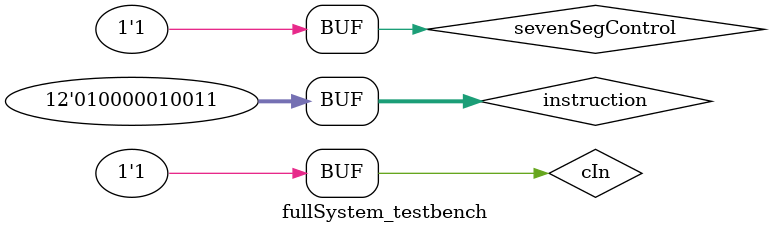
<source format=v>
`timescale 1ns / 1ps


module fullSystem_testbench(

    );
    
    reg cIn, sevenSegControl;
    reg [11:0] instruction;
    
    wire cOut;
    wire [7:0] anodeControl;
    wire [6:0] cathodeControl;
    
    fullSystem system(.cIn(cIn),.sevenSegControl(sevenSegControl),.instruction(instruction),.cOut(cOut),.anodeControl(anodeControl),.cathodeControl(cathodeControl));
    
    initial begin
    cIn = 0;
    sevenSegControl = 0; // Show opCode
    instruction = 12'b101000010011; // A (opCode); (full instruction is 1 + 3)
    
    // Addition
    #10 sevenSegControl = 1; // Show aluResult A = 1, B = 3, A + B = 4
    #10 cIn = 1; // A + B + cIn = 5
    
    //Subtraction
    #10 instruction = 12'b101100100100; // 2 - 4 = -2
    
    // Other opCodes
    #10 instruction = 12'b001000010011; // A = 0001, B = 0011, A NAND B = 1000 
    #10 instruction = 12'b000000111001; // Show aluResult A = 3, B = 9, A & B = 0001 (or 1)
    #10 instruction = 12'b010000010011; // A = 0001, B = 0011, A XOR B = 0010
    
    end
endmodule

</source>
